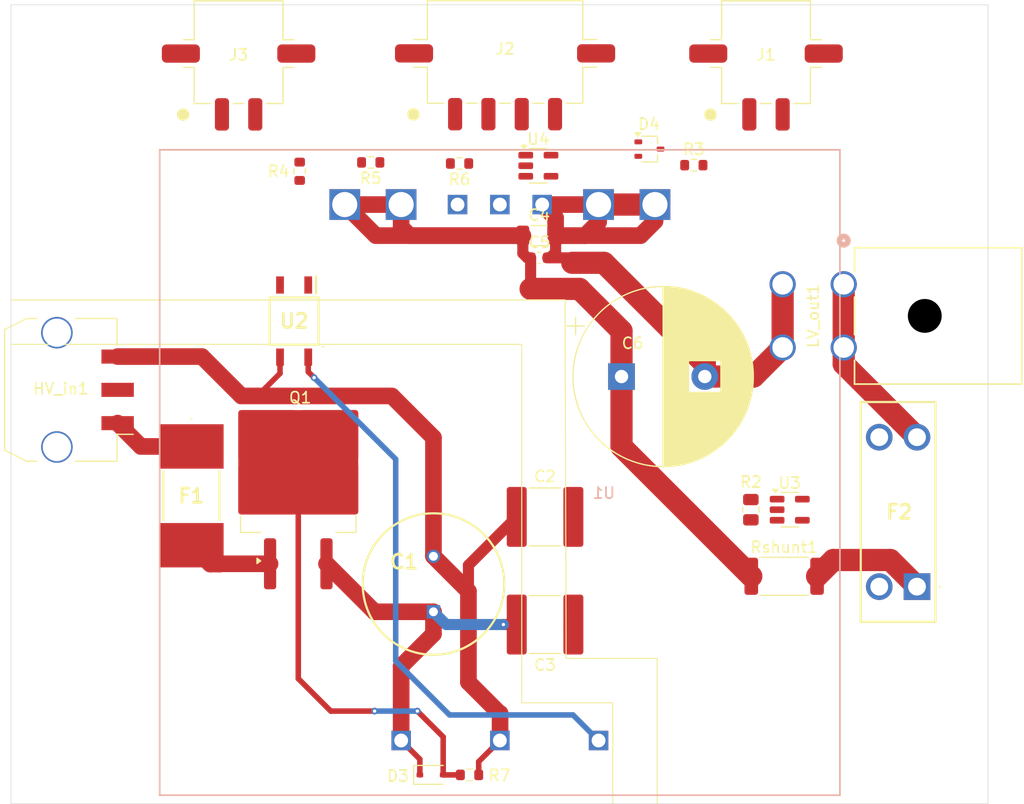
<source format=kicad_pcb>
(kicad_pcb
	(version 20240108)
	(generator "pcbnew")
	(generator_version "8.0")
	(general
		(thickness 1.6)
		(legacy_teardrops no)
	)
	(paper "A4")
	(layers
		(0 "F.Cu" signal)
		(31 "B.Cu" signal)
		(32 "B.Adhes" user "B.Adhesive")
		(33 "F.Adhes" user "F.Adhesive")
		(34 "B.Paste" user)
		(35 "F.Paste" user)
		(36 "B.SilkS" user "B.Silkscreen")
		(37 "F.SilkS" user "F.Silkscreen")
		(38 "B.Mask" user)
		(39 "F.Mask" user)
		(40 "Dwgs.User" user "User.Drawings")
		(41 "Cmts.User" user "User.Comments")
		(42 "Eco1.User" user "User.Eco1")
		(43 "Eco2.User" user "User.Eco2")
		(44 "Edge.Cuts" user)
		(45 "Margin" user)
		(46 "B.CrtYd" user "B.Courtyard")
		(47 "F.CrtYd" user "F.Courtyard")
		(48 "B.Fab" user)
		(49 "F.Fab" user)
		(50 "User.1" user)
		(51 "User.2" user)
		(52 "User.3" user)
		(53 "User.4" user)
		(54 "User.5" user)
		(55 "User.6" user)
		(56 "User.7" user)
		(57 "User.8" user)
		(58 "User.9" user)
	)
	(setup
		(stackup
			(layer "F.SilkS"
				(type "Top Silk Screen")
			)
			(layer "F.Paste"
				(type "Top Solder Paste")
			)
			(layer "F.Mask"
				(type "Top Solder Mask")
				(thickness 0.01)
			)
			(layer "F.Cu"
				(type "copper")
				(thickness 0.035)
			)
			(layer "dielectric 1"
				(type "core")
				(thickness 1.51)
				(material "FR4")
				(epsilon_r 4.5)
				(loss_tangent 0.02)
			)
			(layer "B.Cu"
				(type "copper")
				(thickness 0.035)
			)
			(layer "B.Mask"
				(type "Bottom Solder Mask")
				(thickness 0.01)
			)
			(layer "B.Paste"
				(type "Bottom Solder Paste")
			)
			(layer "B.SilkS"
				(type "Bottom Silk Screen")
			)
			(copper_finish "None")
			(dielectric_constraints no)
		)
		(pad_to_mask_clearance 0)
		(allow_soldermask_bridges_in_footprints no)
		(pcbplotparams
			(layerselection 0x00010fc_ffffffff)
			(plot_on_all_layers_selection 0x0000000_00000000)
			(disableapertmacros no)
			(usegerberextensions no)
			(usegerberattributes yes)
			(usegerberadvancedattributes yes)
			(creategerberjobfile yes)
			(dashed_line_dash_ratio 12.000000)
			(dashed_line_gap_ratio 3.000000)
			(svgprecision 4)
			(plotframeref no)
			(viasonmask no)
			(mode 1)
			(useauxorigin no)
			(hpglpennumber 1)
			(hpglpenspeed 20)
			(hpglpendiameter 15.000000)
			(pdf_front_fp_property_popups yes)
			(pdf_back_fp_property_popups yes)
			(dxfpolygonmode yes)
			(dxfimperialunits yes)
			(dxfusepcbnewfont yes)
			(psnegative no)
			(psa4output no)
			(plotreference yes)
			(plotvalue yes)
			(plotfptext yes)
			(plotinvisibletext no)
			(sketchpadsonfab no)
			(subtractmaskfromsilk no)
			(outputformat 1)
			(mirror no)
			(drillshape 1)
			(scaleselection 1)
			(outputdirectory "")
		)
	)
	(net 0 "")
	(net 1 "/HV-")
	(net 2 "Net-(U1-+S)")
	(net 3 "GND")
	(net 4 "Net-(D4-Pad3)")
	(net 5 "/HV+")
	(net 6 "/LV_Cmeasure")
	(net 7 "Net-(R3-Pad2)")
	(net 8 "+3V3")
	(net 9 "/LV+")
	(net 10 "unconnected-(HV_in1-iso_space-Pad2)")
	(net 11 "/3V_buttoncell")
	(net 12 "/TEMP_TSDCDC")
	(net 13 "Net-(LV_out1-Pin_1)")
	(net 14 "Net-(U1-CNT)")
	(net 15 "Net-(D3-K)")
	(net 16 "Net-(Q1-D)")
	(net 17 "/G")
	(net 18 "Net-(U4-+)")
	(net 19 "Net-(U1-TRM)")
	(net 20 "Net-(U3--)")
	(footprint "Resistor_SMD:R_0603_1608Metric" (layer "F.Cu") (at 178.5 63.95))
	(footprint "Resistor_SMD:R_0603_1608Metric" (layer "F.Cu") (at 149.4 63.7 180))
	(footprint "Capacitor_SMD:C_2220_5750Metric" (layer "F.Cu") (at 165.1 105.35 180))
	(footprint "FaSTTUBe_connectors:Micro_Mate-N-Lok_2p_horizontal" (layer "F.Cu") (at 185 53.8925 180))
	(footprint "Resistor_SMD:R_0603_1608Metric" (layer "F.Cu") (at 158.3 118.9))
	(footprint "footprints:CAPPRD500W60D1275H2200" (layer "F.Cu") (at 155.05 104.2 90))
	(footprint "Capacitor_SMD:C_1206_3216Metric" (layer "F.Cu") (at 164.575 70.3))
	(footprint "Capacitor_SMD:C_2220_5750Metric" (layer "F.Cu") (at 165.1 95.65))
	(footprint "Capacitor_SMD:C_0603_1608Metric" (layer "F.Cu") (at 164.575 72.3))
	(footprint "Diode_SMD:D_SOD-323" (layer "F.Cu") (at 154.875 118.9))
	(footprint "Capacitor_THT:CP_Radial_D16.0mm_P7.50mm" (layer "F.Cu") (at 171.987246 83))
	(footprint "Resistor_SMD:R_0805_2012Metric" (layer "F.Cu") (at 183.6375 95 -90))
	(footprint "Resistor_SMD:R_0603_1608Metric" (layer "F.Cu") (at 143 64.5 90))
	(footprint "FaSTTUBe_connectors:Micro_Mate-N-Lok_2p_horizontal" (layer "F.Cu") (at 137.5 53.8925 180))
	(footprint "footprints:0ACG5000TE" (layer "F.Cu") (at 133.25 93.75 -90))
	(footprint "Package_TO_SOT_SMD:SOT-323_SC-70" (layer "F.Cu") (at 174.5 62.5))
	(footprint "Package_TO_SOT_SMD:SOT-23-5" (layer "F.Cu") (at 187.1375 95))
	(footprint "Resistor_SMD:R_2512_6332Metric" (layer "F.Cu") (at 186.6375 101))
	(footprint "Connector_Molex:Molex_Micro-Fit_3.0_43650-0310_1x03-1MP_P3.00mm_Horizontal_PnP" (layer "F.Cu") (at 121.485 84.2 90))
	(footprint "footprints:SOP254P700X210-4N" (layer "F.Cu") (at 142.5 78 -90))
	(footprint "Resistor_SMD:R_0603_1608Metric" (layer "F.Cu") (at 157.4 63.8 180))
	(footprint "FaSTTUBe_connectors:Micro_Mate-N-Lok_4p_horizontal" (layer "F.Cu") (at 161.5 53.875 180))
	(footprint "Package_TO_SOT_SMD:TO-263-2" (layer "F.Cu") (at 142.875 92.225 90))
	(footprint "footprints:01000066Z" (layer "F.Cu") (at 198.6 101.935 90))
	(footprint "Package_TO_SOT_SMD:SOT-23-5" (layer "F.Cu") (at 164.5 64))
	(footprint "footprints:CONN_SD-76825-0100_04_MOL" (layer "F.Cu") (at 192 74.683398 90))
	(footprint "footprints:PH300A_thru_PH600A_TDK" (layer "B.Cu") (at 169.92 115.8 90))
	(gr_line
		(start 163 80.1)
		(end 160.6 80.1)
		(stroke
			(width 0.1)
			(type default)
		)
		(layer "F.SilkS")
		(uuid "05857bcf-3526-4439-8327-564dc0c17d12")
	)
	(gr_line
		(start 166.9 76.1)
		(end 167 108.4)
		(stroke
			(width 0.1)
			(type default)
		)
		(layer "F.SilkS")
		(uuid "1fc52173-9aef-4f0f-ad22-083e3c6453ab")
	)
	(gr_line
		(start 171.2 121.5)
		(end 171.2 112.4)
		(stroke
			(width 0.1)
			(type default)
		)
		(layer "F.SilkS")
		(uuid "223c9ad0-6b08-4dc9-9bd2-2aef657c0bd8")
	)
	(gr_line
		(start 175.2 108.4)
		(end 175.2 121.5)
		(stroke
			(width 0.1)
			(type default)
		)
		(layer "F.SilkS")
		(uuid "22e68673-1eae-4349-9184-b39adaed9e80")
	)
	(gr_line
		(start 139.9 76.1)
		(end 117 76.1)
		(stroke
			(width 0.1)
			(type default)
		)
		(layer "F.SilkS")
		(uuid "24b265e0-8a3a-4238-bf39-c5d30c1f2a57")
	)
	(gr_line
		(start 167 108.4)
		(end 170.2 108.4)
		(stroke
			(width 0.1)
			(type default)
		)
		(layer "F.SilkS")
		(uuid "2d587eec-40d4-4329-8498-85a293c83152")
	)
	(gr_line
		(start 171.2 112.4)
		(end 163 112.4)
		(stroke
			(width 0.1)
			(type default)
		)
		(layer "F.SilkS")
		(uuid "39d73d19-323e-4ac8-94ee-ca381bf0a5ad")
	)
	(gr_line
		(start 166.9 76.1)
		(end 139.9 76.1)
		(stroke
			(width 0.1)
			(type default)
		)
		(layer "F.SilkS")
		(uuid "5c065674-b202-4c98-b5e2-81a09ca3d156")
	)
	(gr_line
		(start 163 112.4)
		(end 163 80.1)
		(stroke
			(width 0.1)
			(type default)
		)
		(layer "F.SilkS")
		(uuid "6a38399c-3e6a-4b37-aef4-e8cfd433f35e")
	)
	(gr_line
		(start 145 80.3)
		(end 145.2 80.3)
		(stroke
			(width 0.1)
			(type default)
		)
		(layer "F.SilkS")
		(uuid "8b8ddfbe-4d59-4e2e-becd-77af30fe5192")
	)
	(gr_line
		(start 117 80.1)
		(end 160.6 80.1)
		(stroke
			(width 0.1)
			(type default)
		)
		(layer "F.SilkS")
		(uuid "e2d7ce23-d480-48b6-b80d-4b38e336a166")
	)
	(gr_line
		(start 170.2 108.4)
		(end 175.2 108.4)
		(stroke
			(width 0.1)
			(type default)
		)
		(layer "F.SilkS")
		(uuid "ecee2547-cd08-46d5-86b2-4fb27e683774")
	)
	(gr_rect
		(start 117 49.5)
		(end 205 121.5)
		(stroke
			(width 0.05)
			(type default)
		)
		(fill none)
		(layer "Edge.Cuts")
		(uuid "ba0c01ec-98e4-49fb-b685-d01f1057929d")
	)
	(segment
		(start 158.2 102.35)
		(end 158.2 110.55)
		(width 1.5)
		(layer "F.Cu")
		(net 1)
		(uuid "33ce06df-4dda-4943-b962-e21d0cec003c")
	)
	(segment
		(start 139.2 84.75)
		(end 151.3 84.75)
		(width 1.5)
		(layer "F.Cu")
		(net 1)
		(uuid "422f6dc2-db0d-4758-b45d-250516ee6438")
	)
	(segment
		(start 155.05 88.5)
		(end 155.05 99.2)
		(width 1.5)
		(layer "F.Cu")
		(net 1)
		(uuid "502fedf8-1b4c-4f60-ac03-67c27e178373")
	)
	(segment
		(start 134.2 81.2)
		(end 137.75 84.75)
		(width 1.5)
		(layer "F.Cu")
		(net 1)
		(uuid "5279ad07-eff4-48b8-9efc-2c8982fa382a")
	)
	(segment
		(start 161.05 115.78)
		(end 161.03 115.8)
		(width 1.5)
		(layer "F.Cu")
		(net 1)
		(uuid "550ad2a7-3c15-43a2-b9d1-e16ffbfbf5a1")
	)
	(segment
		(start 158.2 110.55)
		(end 161 113.35)
		(width 1.5)
		(layer "F.Cu")
		(net 1)
		(uuid "682b7b16-ff6e-49c7-a243-0b05f8d9a902")
	)
	(segment
		(start 159.125 117.705)
		(end 161.03 115.8)
		(width 0.5)
		(layer "F.Cu")
		(net 1)
		(uuid "6ace920f-253c-4f5c-8878-59d7a13e3cfb")
	)
	(segment
		(start 151.3 84.75)
		(end 155.05 88.5)
		(width 1.5)
		(layer "F.Cu")
		(net 1)
		(uuid "7044a41f-3706-4206-b4b3-0602a4bb8325")
	)
	(segment
		(start 137.75 84.75)
		(end 139.2 84.75)
		(width 1.5)
		(layer "F.Cu")
		(net 1)
		(uuid "71f87529-5264-4b61-be58-8ba501a9b153")
	)
	(segment
		(start 141.23 81.25)
		(end 141.23 82.72)
		(width 0.5)
		(layer "F.Cu")
		(net 1)
		(uuid "76a40ef0-75a9-402f-9525-c1371757b91a")
	)
	(segment
		(start 162.55 95.65)
		(end 158.2 100)
		(width 1)
		(layer "F.Cu")
		(net 1)
		(uuid "776bcee8-8a74-467e-9fef-7d50d68b690d")
	)
	(segment
		(start 161.05 113.35)
		(end 161.05 115.78)
		(width 1.5)
		(layer "F.Cu")
		(net 1)
		(uuid "7b97c934-0ecd-464c-8e34-e955280c9032")
	)
	(segment
		(start 159.125 118.9)
		(end 159.125 117.705)
		(width 0.5)
		(layer "F.Cu")
		(net 1)
		(uuid "aa52d55f-d610-467a-a5ed-65139829d738")
	)
	(segment
		(start 126.605 81.2)
		(end 134.2 81.2)
		(width 1.5)
		(layer "F.Cu")
		(net 1)
		(uuid "dc3e883d-c315-491f-a36b-8df841c05bc2")
	)
	(segment
		(start 141.23 82.72)
		(end 139.2 84.75)
		(width 0.5)
		(layer "F.Cu")
		(net 1)
		(uuid "ec8b2827-3b42-4da7-a8fd-9cf4825bbf4f")
	)
	(segment
		(start 155.05 99.2)
		(end 158.2 102.35)
		(width 1.5)
		(layer "F.Cu")
		(net 1)
		(uuid "ecc1146e-8f35-465c-933d-8c6b6be7cde4")
	)
	(segment
		(start 161 113.35)
		(end 161.05 113.35)
		(width 1.5)
		(layer "F.Cu")
		(net 1)
		(uuid "fee6cfd8-775d-49ff-b9ae-f97b7ace18a1")
	)
	(segment
		(start 158.2 100)
		(end 158.2 102.35)
		(width 1)
		(layer "F.Cu")
		(net 1)
		(uuid "ff7fb3c6-d714-411d-914e-583356ba43b0")
	)
	(segment
		(start 169.92 67.5)
		(end 175 67.5)
		(width 2)
		(layer "F.Cu")
		(net 3)
		(uuid "1e7eee85-e0e3-4af2-98fc-3b5a19f8fab7")
	)
	(segment
		(start 166.05 70.3)
		(end 166.05 68.71)
		(width 1.5)
		(layer "F.Cu")
		(net 3)
		(uuid "34a1bf49-ffbe-424b-baa8-1649867294e6")
	)
	(segment
		(start 169.92 69.08)
		(end 169.92 67.5)
		(width 1.5)
		(layer "F.Cu")
		(net 3)
		(uuid "39bd41bb-8d22-4530-83fc-fb084e6e38bd")
	)
	(segment
		(start 175 67.5)
		(end 175.3 67.5)
		(width 2)
		(layer "F.Cu")
		(net 3)
		(uuid "4236f287-7186-433e-b925-f12793d75dbe")
	)
	(segment
		(start 179.487246 83)
		(end 183.883403 83)
		(width 2)
		(layer "F.Cu")
		(net 3)
		(uuid "4994c813-e62b-41a9-a2d3-c743b7d46445")
	)
	(segment
		(start 164.84 67.5)
		(end 169.92 67.5)
		(width 1.5)
		(layer "F.Cu")
		(net 3)
		(uuid "59756fb2-8cc9-405a-a227-207f1154f0c0")
	)
	(segment
		(start 173.7 70.3)
		(end 175 69)
		(width 1.5)
		(layer "F.Cu")
		(net 3)
		(uuid "5a789fcd-70db-4233-abd2-86aa51570699")
	)
	(segment
		(start 166.05 71.8)
		(end 166.05 70.3)
		(width 1)
		(layer "F.Cu")
		(net 3)
		(uuid "5ed31aac-780f-4cd5-a739-45cbb5720334")
	)
	(segment
		(start 166.05 70.3)
		(end 168.7 70.3)
		(width 1.5)
		(layer "F.Cu")
		(net 3)
		(uuid "61bab40b-0a24-476c-a4ed-65d294b1c32f")
	)
	(segment
		(start 179.487246 81.837246)
		(end 170.4 72.75)
		(width 2)
		(layer "F.Cu")
		(net 3)
		(uuid "6f4d754e-8a27-4c06-bdef-003736207da9")
	)
	(segment
		(start 165.35 72.3)
		(end 165.55 72.3)
		(width 1)
		(layer "F.Cu")
		(net 3)
		(uuid "83a82ef2-f7d4-4919-a56f-fe0b4fee5abd")
	)
	(segment
		(start 175 69)
		(end 175 67.5)
		(width 1.5)
		(layer "F.Cu")
		(net 3)
		(uuid "902ae3ec-7508-41a1-9117-e87e1a595b62")
	)
	(segment
		(start 166.05 70.3)
		(end 173.7 70.3)
		(width 1.5)
		(layer "F.Cu")
		(net 3)
		(uuid "9ecc84bb-f25d-49c6-a228-2ba97917f832")
	)
	(segment
		(start 186.500001 80.383402)
		(end 186.500001 74.683398)
		(width 2)
		(layer "F.Cu")
		(net 3)
		(uuid "ae1128b8-8b6f-40a9-9d05-b887c83a8958")
	)
	(segment
		(start 165.55 72.3)
		(end 166.05 71.8)
		(width 1)
		(layer "F.Cu")
		(net 3)
		(uuid "c117532c-148c-4796-b94f-8b466fc1f91f")
	)
	(segment
		(start 179.487246 83)
		(end 179.487246 81.837246)
		(width 2)
		(layer "F.Cu")
		(net 3)
		(uuid "c2344648-bea2-48ce-977a-84ae241ef9ad")
	)
	(segment
		(start 170.4 72.75)
		(end 167.55 72.75)
		(width 2)
		(layer "F.Cu")
		(net 3)
		(uuid "cc89588d-3bc2-4d12-8992-d1c988f73be0")
	)
	(segment
		(start 166.05 68.71)
		(end 164.84 67.5)
		(width 1.5)
		(layer "F.Cu")
		(net 3)
		(uuid "db226429-14a6-41bf-8ed0-1671bbba467d")
	)
	(segment
		(start 165.35 72.3)
		(end 167.1 72.3)
		(width 1)
		(layer "F.Cu")
		(net 3)
		(uuid "dc6cdf13-aa9d-4580-9728-23e24d1b6c7e")
	)
	(segment
		(start 183.883403 83)
		(end 186.500001 80.383402)
		(width 2)
		(layer "F.Cu")
		(net 3)
		(uuid "e428ee97-0547-4771-9e77-253688ccb851")
	)
	(segment
		(start 167.1 72.3)
		(end 167.55 72.75)
		(width 1)
		(layer "F.Cu")
		(net 3)
		(uuid "e8d5becd-60c2-4935-9f9d-b50890625f4d")
	)
	(segment
		(start 168.7 70.3)
		(end 169.92 69.08)
		(width 1.5)
		(layer "F.Cu")
		(net 3)
		(uuid "ed6b872d-67f9-4c07-a1e8-432eb9a30b34")
	)
	(segment
		(start 126.605 87.205)
		(end 128.7 89.3)
		(width 1.5)
		(layer "F.Cu")
		(net 5)
		(uuid "0b57db46-49a1-4a4b-8d31-03d24a7f3527")
	)
	(segment
		(start 128.7 89.3)
		(end 133.25 89.3)
		(width 1.5)
		(layer "F.Cu")
		(net 5)
		(uuid "97c616b5-d0d7-4ecd-9459-c65d91a5bfaa")
	)
	(segment
		(start 126.605 87.2)
		(end 126.605 87.205)
		(width 1.5)
		(layer "F.Cu")
		(net 5)
		(uuid "e2c5e7da-fd95-4677-ae26-73c515db809d")
	)
	(segment
		(start 163.1 70.3)
		(end 152.9 70.3)
		(width 1.5)
		(layer "F.Cu")
		(net 9)
		(uuid "0977c1df-76ec-4be3-9557-5985a550d6a2")
	)
	(segment
		(start 147.06 67.5)
		(end 152.14 67.5)
		(width 1.5)
		(layer "F.Cu")
		(net 9)
		(uuid "193d1f61-bc86-4e59-bff5-ab95cbcb2ef6")
	)
	(segment
		(start 152.14 69.54)
		(end 152.14 67.5)
		(width 1.5)
		(layer "F.Cu")
		(net 9)
		(uuid "1b2ef034-a66f-4c96-b038-09d552406b1d")
	)
	(segment
		(start 171.987246 83)
		(end 171.987246 78.887246)
		(width 2)
		(layer "F.Cu")
		(net 9)
		(uuid "2869b606-0e2c-415f-9bd4-7a328d92e545")
	)
	(segment
		(start 163.8 72.3)
		(end 163.5 72.3)
		(width 1)
		(layer "F.Cu")
		(net 9)
		(uuid "2b21fd29-d93f-4f37-97a4-15ec6e236654")
	)
	(segment
		(start 163.1 71.9)
		(end 163.1 70.3)
		(width 1)
		(layer "F.Cu")
		(net 9)
		(uuid "3b76afca-3347-4e2e-92c7-095b06c30012")
	)
	(segment
		(start 152.9 70.3)
		(end 152.14 69.54)
		(width 1.5)
		(layer "F.Cu")
		(net 9)
		(uuid "4695e987-3cd3-4e3c-87eb-b8fce5d558df")
	)
	(segment
		(start 147.06 67.5)
		(end 149.86 70.3)
		(width 1.5)
		(layer "F.Cu")
		(net 9)
		(uuid "7e2f2a41-7f52-46e6-8fc0-48e04f0554ad")
	)
	(segment
		(start 171.987246 78.887246)
		(end 168.2 75.1)
		(width 2)
		(layer "F.Cu")
		(net 9)
		(uuid "7e9d59c4-4811-4752-8cfe-82593fabf6e8")
	)
	(segment
		(start 168.2 75.1)
		(end 163.8 75.1)
		(width 2)
		(layer "F.Cu")
		(net 9)
		(uuid "866b71cf-f534-442c-bc03-98de7b40f8a9")
	)
	(segment
		(start 149.86 70.3)
		(end 163.1 70.3)
		(width 1.5)
		(layer "F.Cu")
		(net 9)
		(uuid "b1afb7df-77e4-4568-bfd2-b665077e9fa4")
	)
	(segment
		(start 171.987246 89.312246)
		(end 183.675 101)
		(width 2)
		(layer "F.Cu")
		(net 9)
		(uuid "b2eef221-0e78-4e01-97d2
... [6023 chars truncated]
</source>
